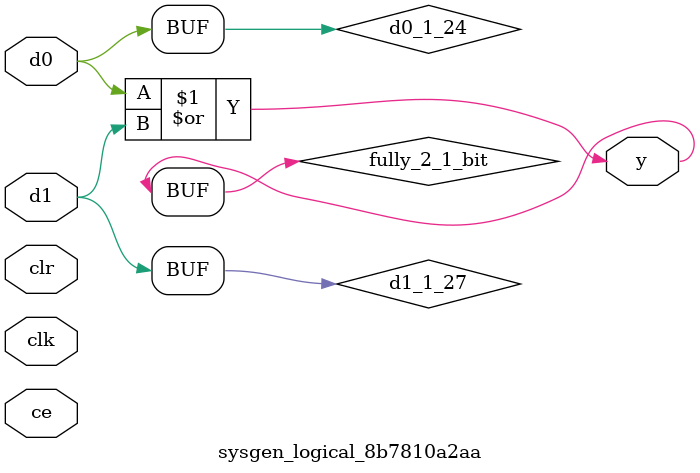
<source format=v>
module sysgen_logical_8b7810a2aa (
  input [(1 - 1):0] d0,
  input [(1 - 1):0] d1,
  output [(1 - 1):0] y,
  input clk,
  input ce,
  input clr);
  wire d0_1_24;
  wire d1_1_27;
  wire fully_2_1_bit;
  assign d0_1_24 = d0;
  assign d1_1_27 = d1;
  assign fully_2_1_bit = d0_1_24 | d1_1_27;
  assign y = fully_2_1_bit;
endmodule
</source>
